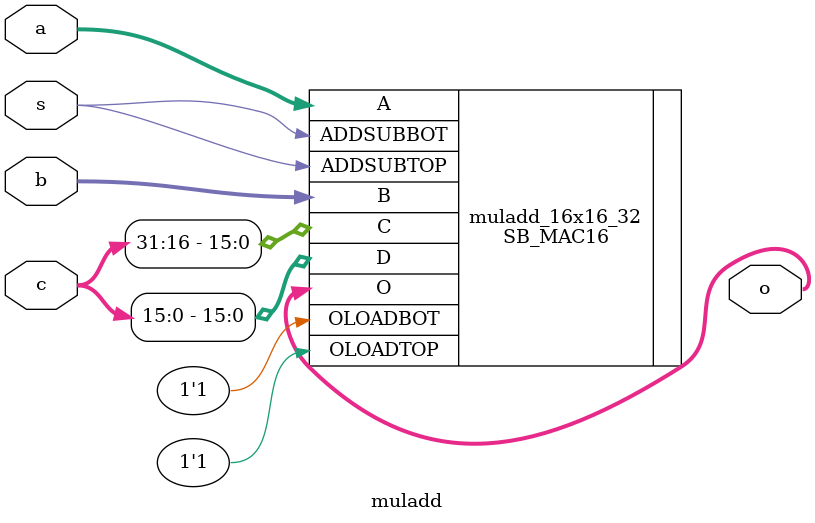
<source format=sv>

`default_nettype none

module muladd (
    input  logic signed [31:0] c,
    input  logic               s,
    input  logic signed [15:0] a,
    input  logic signed [15:0] b,
    output logic signed [31:0] o
);
    /* verilator lint_off PINMISSING */
    SB_MAC16 #(
        .TOPADDSUB_LOWERINPUT  (2'b10),  // Upper 16 bits from 16x16 multiplier
        .TOPADDSUB_UPPERINPUT  (1'b1),   // 16-bit C input
        .TOPADDSUB_CARRYSELECT (2'b10),  // Cascade carry/borrow from lower add/sub
        .BOTADDSUB_LOWERINPUT  (2'b10),  // Lower 16 bits from 16x16 multiplier
        .BOTADDSUB_UPPERINPUT  (1'b1),   // 16-bit D input
        .BOTADDSUB_CARRYSELECT (2'b00),  // Constant 0
        .A_SIGNED              (1'b1),
        .B_SIGNED              (1'b1)
    ) muladd_16x16_32 (
        .C         (c[31-:16]),
        .A         (a),
        .B         (b),
        .D         (c[15-:16]),
        .OLOADTOP  (1'b1),
        .OLOADBOT  (1'b1),
        .ADDSUBTOP (s),
        .ADDSUBBOT (s),
        .O         (o)
    );
    /* verilator lint_on PINMISSING */
endmodule

</source>
